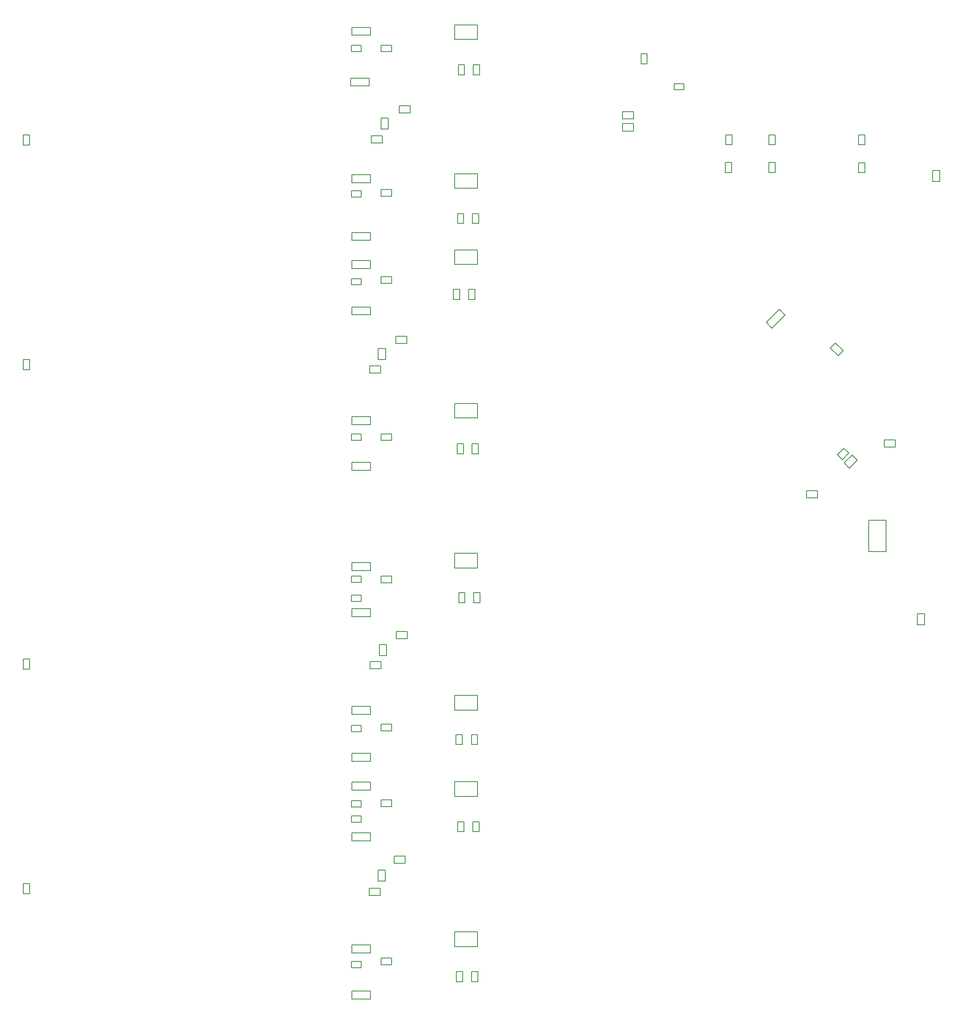
<source format=gbr>
%TF.GenerationSoftware,Altium Limited,Altium Designer,21.6.4 (81)*%
G04 Layer_Color=32896*
%FSLAX43Y43*%
%MOMM*%
%TF.SameCoordinates,A962B9D3-E780-4B03-8A10-E236CC36F35F*%
%TF.FilePolarity,Positive*%
%TF.FileFunction,Other,Bottom_3D_Body*%
%TF.Part,Single*%
G01*
G75*
%TA.AperFunction,NonConductor*%
%ADD139C,0.200*%
D139*
X85925Y69175D02*
X88125D01*
Y70625D01*
X85925D02*
X88125D01*
X85925Y69175D02*
Y70625D01*
X87754Y71825D02*
Y74025D01*
Y71825D02*
X89204D01*
Y74025D01*
X87754D02*
X89204D01*
X82275Y81200D02*
X85975D01*
X82275Y79600D02*
Y81200D01*
Y79600D02*
X85975D01*
Y81200D01*
X85828Y128379D02*
X88028D01*
Y129829D01*
X85828D02*
X88028D01*
X85828Y128379D02*
Y129829D01*
X103862Y143084D02*
Y145084D01*
X102612D02*
X103862D01*
X102612Y143084D02*
Y145084D01*
Y143084D02*
X103862D01*
X198482Y168943D02*
X199932D01*
Y166742D02*
Y168943D01*
X198482Y166742D02*
X199932D01*
X198482D02*
Y168943D01*
X188850Y115001D02*
X191050D01*
X188850Y113551D02*
Y115001D01*
Y113551D02*
X191050D01*
Y115001D01*
X173298Y103400D02*
X175498D01*
Y104850D01*
X173298D02*
X175498D01*
X173298Y103400D02*
Y104850D01*
X196875Y78000D02*
Y80200D01*
X195425D02*
X196875D01*
X195425Y78000D02*
Y80200D01*
Y78000D02*
X196875D01*
X107425Y53974D02*
Y55974D01*
X106175D02*
X107425D01*
X106175Y53974D02*
Y55974D01*
Y53974D02*
X107425D01*
X181841Y109335D02*
X183396Y110890D01*
X182371Y111916D02*
X183396Y110890D01*
X180815Y110360D02*
X182371Y111916D01*
X180815Y110360D02*
X181841Y109335D01*
X180423Y111035D02*
X181696Y112308D01*
X180741Y113263D02*
X181696Y112308D01*
X179468Y111990D02*
X180741Y113263D01*
X179468Y111990D02*
X180423Y111035D01*
X179577Y131814D02*
X180602Y132839D01*
X178021Y133369D02*
X179577Y131814D01*
X178021Y133369D02*
X179047Y134395D01*
X180602Y132839D01*
X16500Y69099D02*
Y71099D01*
Y69099D02*
X17750D01*
Y71099D01*
X16500D02*
X17750D01*
X87534Y133250D02*
X88984D01*
Y131050D02*
Y133250D01*
X87534Y131050D02*
X88984D01*
X87534D02*
Y133250D01*
X93285Y134269D02*
Y135719D01*
X91085Y134269D02*
X93285D01*
X91085D02*
Y135719D01*
X93285D01*
X93925Y180393D02*
Y181843D01*
X91725Y180393D02*
X93925D01*
X91725D02*
Y181843D01*
X93925D01*
X88100Y179373D02*
X89550D01*
Y177173D02*
Y179373D01*
X88100Y177173D02*
X89550D01*
X88100D02*
Y179373D01*
X93329Y75172D02*
Y76622D01*
X91129Y75172D02*
X93329D01*
X91129D02*
Y76622D01*
X93329D01*
X87474Y28875D02*
X88924D01*
Y26675D02*
Y28875D01*
X87474Y26675D02*
X88924D01*
X87474D02*
Y28875D01*
X92912Y30231D02*
Y31681D01*
X90712Y30231D02*
X92912D01*
X90712D02*
Y31681D01*
X92912D01*
X106230Y6529D02*
X107480D01*
X106230D02*
Y8529D01*
X107480D01*
Y6529D02*
Y8529D01*
X106378Y158284D02*
X107628D01*
X106378D02*
Y160284D01*
X107628D01*
Y158284D02*
Y160284D01*
X106550Y188075D02*
X107800D01*
X106550D02*
Y190075D01*
X107800D01*
Y188075D02*
Y190075D01*
X106632Y82375D02*
X107882D01*
X106632D02*
Y84375D01*
X107882D01*
Y82375D02*
Y84375D01*
X106275Y112203D02*
X107525D01*
X106275D02*
Y114203D01*
X107525D01*
Y112203D02*
Y114203D01*
X105639Y143084D02*
X106889D01*
X105639D02*
Y145084D01*
X106889D01*
Y143084D02*
Y145084D01*
X106475Y36548D02*
X107725D01*
X106475D02*
Y38548D01*
X107725D01*
Y36548D02*
Y38548D01*
X104882Y82375D02*
Y84375D01*
X103632D02*
X104882D01*
X103632Y82375D02*
Y84375D01*
Y82375D02*
X104882D01*
X82125Y38420D02*
X84125D01*
Y39670D01*
X82125D02*
X84125D01*
X82125Y38420D02*
Y39670D01*
X82275Y4629D02*
X85975D01*
X82275Y3029D02*
Y4629D01*
Y3029D02*
X85975D01*
Y4629D01*
Y12300D02*
Y13900D01*
X82275Y12300D02*
X85975D01*
X82275D02*
Y13900D01*
X85975D01*
X84125Y9300D02*
Y10550D01*
X82125Y9300D02*
X84125D01*
X82125D02*
Y10550D01*
X84125D01*
X90175Y9885D02*
Y11235D01*
X88075Y9885D02*
X90175D01*
X88075D02*
Y11235D01*
X90175D01*
X103168Y6529D02*
X104418D01*
X103168D02*
Y8529D01*
X104418D01*
Y6529D02*
Y8529D01*
X102825Y13562D02*
X107425D01*
Y16482D01*
X102825D02*
X107425D01*
X102825Y13562D02*
Y16482D01*
X82125Y57786D02*
X84125D01*
X82125Y56536D02*
Y57786D01*
Y56536D02*
X84125D01*
Y57786D01*
X85975Y50646D02*
Y52246D01*
X82275Y50646D02*
X85975D01*
X82275D02*
Y52246D01*
X85975D01*
X90175Y56740D02*
Y58090D01*
X88075Y56740D02*
X90175D01*
X88075D02*
Y58090D01*
X90175D01*
X85975Y60044D02*
Y61644D01*
X82275Y60044D02*
X85975D01*
X82275D02*
Y61644D01*
X85975D01*
X103075Y53974D02*
X104325D01*
X103075D02*
Y55974D01*
X104325D01*
Y53974D02*
Y55974D01*
X102825Y60880D02*
Y63800D01*
X107425D01*
Y60880D02*
Y63800D01*
X102825Y60880D02*
X107425D01*
X82275Y46449D02*
X85975D01*
X82275Y44849D02*
Y46449D01*
Y44849D02*
X85975D01*
Y46449D01*
Y34689D02*
Y36289D01*
X82275Y34689D02*
X85975D01*
X82275D02*
Y36289D01*
X85975D01*
X82125Y42718D02*
X84125D01*
X82125Y41468D02*
Y42718D01*
Y41468D02*
X84125D01*
Y42718D01*
X102825Y119363D02*
Y122283D01*
X107425D01*
Y119363D02*
Y122283D01*
X102825Y119363D02*
X107425D01*
X104600Y112203D02*
Y114203D01*
X103350D02*
X104600D01*
X103350Y112203D02*
Y114203D01*
Y112203D02*
X104600D01*
X136480Y179234D02*
Y180684D01*
X138680D01*
Y179234D02*
Y180684D01*
X136480Y179234D02*
X138680D01*
X136480Y176821D02*
Y178271D01*
X138680D01*
Y176821D02*
Y178271D01*
X136480Y176821D02*
X138680D01*
X86157Y174385D02*
Y175835D01*
X88357D01*
Y174385D02*
Y175835D01*
X86157Y174385D02*
X88357D01*
X85717Y23775D02*
Y25225D01*
X87917D01*
Y23775D02*
Y25225D01*
X85717Y23775D02*
X87917D01*
X165201Y138483D02*
X167817Y141099D01*
X165201Y138483D02*
X166333Y137351D01*
X168949Y139967D01*
X167817Y141099D02*
X168949Y139967D01*
X165750Y168500D02*
Y170500D01*
Y168500D02*
X167000D01*
Y170500D01*
X165750D02*
X167000D01*
X157025D02*
X158275D01*
Y168500D02*
Y170500D01*
X157025Y168500D02*
X158275D01*
X157025D02*
Y170500D01*
X183675Y170450D02*
X184925D01*
Y168450D02*
Y170450D01*
X183675Y168450D02*
X184925D01*
X183675D02*
Y170450D01*
X140130Y192262D02*
X141380D01*
Y190262D02*
Y192262D01*
X140130Y190262D02*
X141380D01*
X140130D02*
Y192262D01*
X146740Y186299D02*
X148740D01*
X146740Y185049D02*
Y186299D01*
Y185049D02*
X148740D01*
Y186299D01*
X103378Y158284D02*
X104628D01*
X103378D02*
Y160284D01*
X104628D01*
Y158284D02*
Y160284D01*
X88075Y165059D02*
X90175D01*
X88075Y163709D02*
Y165059D01*
Y163709D02*
X90175D01*
Y165059D01*
X82125Y164832D02*
X84125D01*
X82125Y163582D02*
Y164832D01*
Y163582D02*
X84125D01*
Y164832D01*
X16500Y174006D02*
Y176006D01*
Y174006D02*
X17750D01*
Y176006D01*
X16500D02*
X17750D01*
X16500Y129059D02*
Y131059D01*
Y129059D02*
X17750D01*
Y131059D01*
X16500D02*
X17750D01*
X82125Y82619D02*
X84125D01*
Y83869D01*
X82125D02*
X84125D01*
X82125Y82619D02*
Y83869D01*
X16500Y24137D02*
Y26137D01*
Y24137D02*
X17750D01*
Y26137D01*
X16500D02*
X17750D01*
X104800Y188075D02*
Y190075D01*
X103550D02*
X104800D01*
X103550Y188075D02*
Y190075D01*
Y188075D02*
X104800D01*
X90175Y192656D02*
Y194006D01*
X88075Y192656D02*
X90175D01*
X88075D02*
Y194006D01*
X90175D01*
X88075Y87722D02*
X90175D01*
X88075Y86372D02*
Y87722D01*
Y86372D02*
X90175D01*
Y87722D01*
X82125Y193956D02*
X84125D01*
X82125Y192706D02*
Y193956D01*
Y192706D02*
X84125D01*
Y193956D01*
X82125Y87672D02*
X84125D01*
X82125Y86422D02*
Y87672D01*
Y86422D02*
X84125D01*
Y87672D01*
X88075Y116200D02*
X90175D01*
X88075Y114850D02*
Y116200D01*
Y114850D02*
X90175D01*
Y116200D01*
X82125Y116150D02*
X84125D01*
X82125Y114900D02*
Y116150D01*
Y114900D02*
X84125D01*
Y116150D01*
X104681Y36548D02*
Y38548D01*
X103431D02*
X104681D01*
X103431Y36548D02*
Y38548D01*
Y36548D02*
X104681D01*
X88075Y42882D02*
X90175D01*
X88075Y41532D02*
Y42882D01*
Y41532D02*
X90175D01*
Y42882D01*
X88075Y147691D02*
X90175D01*
X88075Y146341D02*
Y147691D01*
Y146341D02*
X90175D01*
Y147691D01*
X82125Y147260D02*
X84125D01*
X82125Y146010D02*
Y147260D01*
Y146010D02*
X84125D01*
Y147260D01*
X82275Y156494D02*
X85975D01*
X82275Y154894D02*
Y156494D01*
Y154894D02*
X85975D01*
Y156494D01*
X82275Y168055D02*
X85975D01*
X82275Y166455D02*
Y168055D01*
Y166455D02*
X85975D01*
Y168055D01*
X102825Y165317D02*
X107425D01*
Y168237D01*
X102825D02*
X107425D01*
X102825Y165317D02*
Y168237D01*
X85725Y185800D02*
Y187400D01*
X82025Y185800D02*
X85725D01*
X82025D02*
Y187400D01*
X85725D01*
X82275Y197560D02*
X85975D01*
X82275Y195960D02*
Y197560D01*
Y195960D02*
X85975D01*
Y197560D01*
X82275Y90402D02*
X85975D01*
X82275Y88802D02*
Y90402D01*
Y88802D02*
X85975D01*
Y90402D01*
X102825Y195116D02*
X107425D01*
Y198036D01*
X102825D02*
X107425D01*
X102825Y195116D02*
Y198036D01*
Y89356D02*
X107425D01*
Y92276D01*
X102825D02*
X107425D01*
X102825Y89356D02*
Y92276D01*
X82275Y110483D02*
X85975D01*
X82275Y108883D02*
Y110483D01*
Y108883D02*
X85975D01*
Y110483D01*
X82275Y119627D02*
X85975D01*
X82275Y118027D02*
Y119627D01*
Y118027D02*
X85975D01*
Y119627D01*
X82275Y141593D02*
X85975D01*
X82275Y139993D02*
Y141593D01*
Y139993D02*
X85975D01*
Y141593D01*
X82275Y150864D02*
X85975D01*
X82275Y149264D02*
Y150864D01*
Y149264D02*
X85975D01*
Y150864D01*
X102825Y150092D02*
X107425D01*
Y153012D01*
X102825D02*
X107425D01*
X102825Y150092D02*
Y153012D01*
Y43611D02*
X107425D01*
Y46531D01*
X102825D02*
X107425D01*
X102825Y43611D02*
Y46531D01*
X165750Y174057D02*
Y176057D01*
Y174057D02*
X167000D01*
Y176057D01*
X165750D02*
X167000D01*
X157100Y174057D02*
Y176057D01*
Y174057D02*
X158350D01*
Y176057D01*
X157100D02*
X158350D01*
X183675Y174057D02*
Y176057D01*
Y174057D02*
X184925D01*
Y176057D01*
X183675D02*
X184925D01*
X189150Y92650D02*
Y98850D01*
X185750D02*
X189150D01*
X185750Y92650D02*
Y98850D01*
Y92650D02*
X189150D01*
%TF.MD5,ef08963a24b6932c684a33bd607d84cd*%
M02*

</source>
